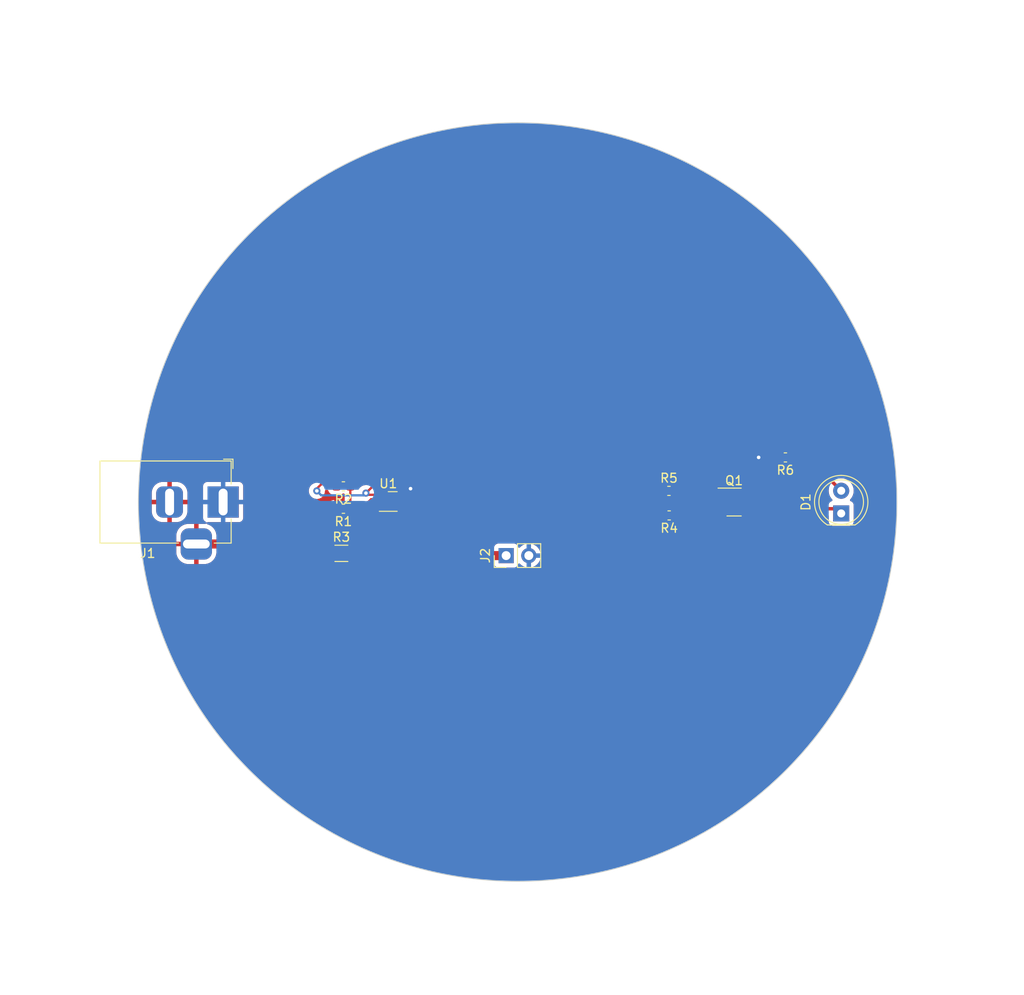
<source format=kicad_pcb>
(kicad_pcb (version 20221018) (generator pcbnew)
  (layers (0 "F.Cu" signal) (31 "B.Cu" signal) (34 "B.Paste" user) (35 "F.Paste" user) (36 "B.SilkS" user "B.Silkscreen") (37 "F.SilkS" user "F.Silkscreen") (38 "B.Mask" user) (39 "F.Mask" user) (44 "Edge.Cuts" user))
  (net 0 "")
  (net 1 "Net-(D1-K)")
  (net 2 "Net-(D1-A)")
  (net 3 "+VDC")
  (net 4 "GND")
  (net 5 "Net-(J2-Pin_1)")
  (net 6 "Net-(Q1-G)")
  (net 7 "Net-(U1A--)")
  (net 8 "/output-voltage")
  (footprint "Resistor_SMD:R_1206_3216Metric" (layer "F.Cu") (at 130.25 105.75)
    (fp_text reference "R3" (at 0 -1.82) (layer "F.SilkS"))
    (fp_text value "250mOhm")
    (fp_line (start -0.727064 -0.91) (end 0.727064 -0.91) (stroke (width 0.12)) (layer "F.SilkS"))
    (fp_line (start -0.727064 0.91) (end 0.727064 0.91) (stroke (width 0.12)) (layer "F.SilkS"))
    (pad "1" smd roundrect (at -1.4625 0) (size 1.125 1.75) (layers "F.Cu" "F.Paste" "F.Mask") (roundrect_rratio 0.222222) (net 4 "GND"))
    (pad "2" smd roundrect (at 1.4625 0) (size 1.125 1.75) (layers "F.Cu" "F.Paste" "F.Mask") (roundrect_rratio 0.222222) (net 5 "Net-(J2-Pin_1)"))
  )
  (footprint "Capacitor_SMD:C_0603_1608Metric" (layer "F.Cu") (at 166.975 101.5 180)
    (fp_text reference "R4" (at 0 -1.43) (layer "F.SilkS"))
    (fp_text value "10K")
    (fp_line (start -0.14058 -0.51) (end 0.14058 -0.51) (stroke (width 0.12)) (layer "F.SilkS"))
    (fp_line (start -0.14058 0.51) (end 0.14058 0.51) (stroke (width 0.12)) (layer "F.SilkS"))
    (pad "1" smd roundrect (at -0.775 0 180) (size 0.9 0.95) (layers "F.Cu" "F.Paste" "F.Mask") (net 6 "Net-(Q1-G)"))
    (pad "2" smd roundrect (at 0.775 0 180) (size 0.9 0.95) (layers "F.Cu" "F.Paste" "F.Mask") (net 4 "GND"))
  )
  (footprint "Connector_PinHeader_2.54mm:PinHeader_1x02_P2.54mm_Vertical" (layer "F.Cu") (at 148.71 106 90)
    (fp_text reference "J2" (at 0 -2.33 90) (layer "F.SilkS"))
    (fp_text value "PowerToDino")
    (fp_line (start -1.33 -1.33) (end 0 -1.33) (stroke (width 0.12)) (layer "F.SilkS"))
    (fp_line (start -1.33 0) (end -1.33 -1.33) (stroke (width 0.12)) (layer "F.SilkS"))
    (fp_line (start -1.33 1.27) (end -1.33 3.87) (stroke (width 0.12)) (layer "F.SilkS"))
    (fp_line (start -1.33 1.27) (end 1.33 1.27) (stroke (width 0.12)) (layer "F.SilkS"))
    (fp_line (start -1.33 3.87) (end 1.33 3.87) (stroke (width 0.12)) (layer "F.SilkS"))
    (fp_line (start 1.33 1.27) (end 1.33 3.87) (stroke (width 0.12)) (layer "F.SilkS"))
    (pad "1" thru_hole rect (at 0 0 90) (size 1.7 1.7) (drill 1) (layers "*.Cu" "*.Mask") (net 5 "Net-(J2-Pin_1)"))
    (pad "2" thru_hole oval (at 0 2.54 90) (size 1.7 1.7) (drill 1) (layers "*.Cu" "*.Mask") (net 3 "+VDC"))
  )
  (footprint "Capacitor_SMD:C_0603_1608Metric" (layer "F.Cu") (at 130.474999 98.240001 180)
    (fp_text reference "R2" (at 0 -1.43) (layer "F.SilkS"))
    (fp_text value "R")
    (fp_line (start -0.14058 -0.51) (end 0.14058 -0.51) (stroke (width 0.12)) (layer "F.SilkS"))
    (fp_line (start -0.14058 0.51) (end 0.14058 0.51) (stroke (width 0.12)) (layer "F.SilkS"))
    (pad "1" smd roundrect (at -0.775 0 180) (size 0.9 0.95) (layers "F.Cu" "F.Paste" "F.Mask") (net 7 "Net-(U1A--)"))
    (pad "2" smd roundrect (at 0.775 0 180) (size 0.9 0.95) (layers "F.Cu" "F.Paste" "F.Mask") (net 8 "/output-voltage"))
  )
  (footprint "Connector_BarrelJack:BarrelJack_Horizontal" (layer "F.Cu") (at 117 100)
    (fp_text reference "J1" (at -8.45 5.75) (layer "F.SilkS"))
    (fp_text value "Barrel_Jack")
    (fp_line (start -13.8 -4.6) (end 0.9 -4.6) (stroke (width 0.12)) (layer "F.SilkS"))
    (fp_line (start -13.8 4.6) (end -13.8 -4.6) (stroke (width 0.12)) (layer "F.SilkS"))
    (fp_line (start -5 4.6) (end -13.8 4.6) (stroke (width 0.12)) (layer "F.SilkS"))
    (fp_line (start 0.05 -4.8) (end 1.1 -4.8) (stroke (width 0.12)) (layer "F.SilkS"))
    (fp_line (start 0.9 -4.6) (end 0.9 -2) (stroke (width 0.12)) (layer "F.SilkS"))
    (fp_line (start 0.9 1.9) (end 0.9 4.6) (stroke (width 0.12)) (layer "F.SilkS"))
    (fp_line (start 0.9 4.6) (end -1 4.6) (stroke (width 0.12)) (layer "F.SilkS"))
    (fp_line (start 1.1 -3.75) (end 1.1 -4.8) (stroke (width 0.12)) (layer "F.SilkS"))
    (pad "1" thru_hole rect (at 0 0) (size 3.5 3.5) (drill oval 1 3) (layers "*.Cu" "*.Mask") (net 3 "+VDC"))
    (pad "2" thru_hole roundrect (at -6 0) (size 3 3.5) (drill oval 1 3) (layers "*.Cu" "*.Mask") (net 4 "GND"))
    (pad "3" thru_hole roundrect (at -3 4.7) (size 3.5 3.5) (drill oval 3 1) (layers "*.Cu" "*.Mask") (net 4 "GND"))
  )
  (footprint "LED_THT:LED_D5.0mm" (layer "F.Cu") (at 186.25 101.274999 90)
    (fp_text reference "D1" (at 1.27 -3.96 90) (layer "F.SilkS"))
    (fp_text value "LED")
    (fp_line (start -1.29 -1.545) (end -1.29 1.545) (stroke (width 0.12)) (layer "F.SilkS"))
    (fp_arc (start -1.29 -1.54483) (mid 2.072002 -2.880433) (end 4.26 0.000462) (stroke (width 0.12)) (layer "F.SilkS"))
    (fp_arc (start 4.26 -0.000462) (mid 2.072002 2.880433) (end -1.29 1.54483) (stroke (width 0.12)) (layer "F.SilkS"))
    (fp_circle (center 1.27 0) (end 3.77 0) (stroke (width 0.12)) (fill none) (layer "F.SilkS"))
    (pad "1" thru_hole rect (at 0 0 90) (size 1.8 1.8) (drill 0.9) (layers "*.Cu" "*.Mask") (net 1 "Net-(D1-K)"))
    (pad "2" thru_hole circle (at 2.54 0 90) (size 1.8 1.8) (drill 0.9) (layers "*.Cu" "*.Mask") (net 2 "Net-(D1-A)"))
  )
  (footprint "Capacitor_SMD:C_0603_1608Metric" (layer "F.Cu") (at 180 95 180)
    (fp_text reference "R6" (at 0 -1.43) (layer "F.SilkS"))
    (fp_text value "220")
    (fp_line (start -0.14058 -0.51) (end 0.14058 -0.51) (stroke (width 0.12)) (layer "F.SilkS"))
    (fp_line (start -0.14058 0.51) (end 0.14058 0.51) (stroke (width 0.12)) (layer "F.SilkS"))
    (pad "1" smd roundrect (at -0.775 0 180) (size 0.9 0.95) (layers "F.Cu" "F.Paste" "F.Mask") (net 2 "Net-(D1-A)"))
    (pad "2" smd roundrect (at 0.775 0 180) (size 0.9 0.95) (layers "F.Cu" "F.Paste" "F.Mask") (net 3 "+VDC"))
  )
  (footprint "Capacitor_SMD:C_0603_1608Metric" (layer "F.Cu") (at 130.475 100.75 180)
    (fp_text reference "R1" (at 0 -1.43) (layer "F.SilkS"))
    (fp_text value "R")
    (fp_line (start -0.14058 -0.51) (end 0.14058 -0.51) (stroke (width 0.12)) (layer "F.SilkS"))
    (fp_line (start -0.14058 0.51) (end 0.14058 0.51) (stroke (width 0.12)) (layer "F.SilkS"))
    (pad "1" smd roundrect (at -0.775 0 180) (size 0.9 0.95) (layers "F.Cu" "F.Paste" "F.Mask") (net 7 "Net-(U1A--)"))
    (pad "2" smd roundrect (at 0.775 0 180) (size 0.9 0.95) (layers "F.Cu" "F.Paste" "F.Mask") (net 4 "GND"))
  )
  (footprint "Capacitor_SMD:C_0603_1608Metric" (layer "F.Cu") (at 166.95 98.75)
    (fp_text reference "R5" (at 0 -1.43) (layer "F.SilkS"))
    (fp_text value "10")
    (fp_line (start -0.14058 -0.51) (end 0.14058 -0.51) (stroke (width 0.12)) (layer "F.SilkS"))
    (fp_line (start -0.14058 0.51) (end 0.14058 0.51) (stroke (width 0.12)) (layer "F.SilkS"))
    (pad "1" smd roundrect (at -0.775 0) (size 0.9 0.95) (layers "F.Cu" "F.Paste" "F.Mask") (net 8 "/output-voltage"))
    (pad "2" smd roundrect (at 0.775 0) (size 0.9 0.95) (layers "F.Cu" "F.Paste" "F.Mask") (net 6 "Net-(Q1-G)"))
  )
  (footprint "Package_DFN_QFN:DFN-8-1EP_2x2mm_P0.5mm_EP1.05x1.75mm" (layer "F.Cu") (at 135.5 99.9375)
    (fp_text reference "U1" (at 0 -2) (layer "F.SilkS"))
    (fp_text value "LM358_DFN")
    (fp_line (start -1 1.1) (end 1 1.1) (stroke (width 0.12)) (layer "F.SilkS"))
    (fp_line (start 0 -1.1) (end 1 -1.1) (stroke (width 0.12)) (layer "F.SilkS"))
    (pad "1" smd rect (at -0.9 -0.75) (size 0.5 0.3) (layers "F.Cu" "F.Paste" "F.Mask") (net 8 "/output-voltage"))
    (pad "2" smd rect (at -0.9 -0.25) (size 0.5 0.3) (layers "F.Cu" "F.Paste" "F.Mask") (net 7 "Net-(U1A--)"))
    (pad "3" smd rect (at -0.9 0.25) (size 0.5 0.3) (layers "F.Cu" "F.Paste" "F.Mask") (net 5 "Net-(J2-Pin_1)"))
    (pad "4" smd rect (at -0.9 0.75) (size 0.5 0.3) (layers "F.Cu" "F.Paste" "F.Mask") (net 4 "GND"))
    (pad "5" smd rect (at 0.9 0.75) (size 0.5 0.3) (layers "F.Cu" "F.Paste" "F.Mask"))
    (pad "6" smd rect (at 0.9 0.25) (size 0.5 0.3) (layers "F.Cu" "F.Paste" "F.Mask"))
    (pad "7" smd rect (at 0.9 -0.25) (size 0.5 0.3) (layers "F.Cu" "F.Paste" "F.Mask"))
    (pad "8" smd rect (at 0.9 -0.75) (size 0.5 0.3) (layers "F.Cu" "F.Paste" "F.Mask") (net 3 "+VDC"))
    (pad "9" smd rect (at 0 0) (size 1.05 1.75) (layers "F.Cu" "F.Mask") (net 4 "GND"))
  )
  (footprint "Package_TO_SOT_SMD:SOT-23-3" (layer "F.Cu") (at 174.25 100)
    (fp_text reference "Q1" (at 0 -2.4) (layer "F.SilkS"))
    (fp_text value "NMOS")
    (fp_line (start 0 -1.56) (end -1.8 -1.56) (stroke (width 0.12)) (layer "F.SilkS"))
    (fp_line (start 0 -1.56) (end 0.8 -1.56) (stroke (width 0.12)) (layer "F.SilkS"))
    (fp_line (start 0 1.56) (end -0.8 1.56) (stroke (width 0.12)) (layer "F.SilkS"))
    (fp_line (start 0 1.56) (end 0.8 1.56) (stroke (width 0.12)) (layer "F.SilkS"))
    (pad "1" smd roundrect (at 1.1375 0) (size 1.325 0.6) (layers "F.Cu" "F.Paste" "F.Mask") (net 1 "Net-(D1-K)"))
    (pad "2" smd roundrect (at -1.1375 -0.95) (size 1.325 0.6) (layers "F.Cu" "F.Paste" "F.Mask") (net 6 "Net-(Q1-G)"))
    (pad "3" smd roundrect (at -1.1375 0.95) (size 1.325 0.6) (layers "F.Cu" "F.Paste" "F.Mask") (net 4 "GND"))
  )
  (gr_circle (center 150 100) (end 150 57.5) (stroke (width 0.1)) (fill none) (layer "Edge.Cuts"))
  (segment (start 175.3875 100) (end 176.1375 100.75) (width 0.381) (layer "F.Cu") (net 1))
  (segment (start 185.725001 100.75) (end 186.25 101.274999) (width 0.381) (layer "F.Cu") (net 1))
  (segment (start 176.1375 100.75) (end 185.725001 100.75) (width 0.381) (layer "F.Cu") (net 1))
  (segment (start 180.775 95) (end 182.515001 95) (width 0.381) (layer "F.Cu") (net 2))
  (segment (start 182.515001 95) (end 186.25 98.734999) (width 0.381) (layer "F.Cu") (net 2))
  (segment (start 137.3125 99.1875) (end 138 98.5) (width 0.254) (layer "F.Cu") (net 3))
  (segment (start 179.225 95) (end 177 95) (width 0.381) (layer "F.Cu") (net 3))
  (segment (start 136.4 99.1875) (end 137.3125 99.1875) (width 0.254) (layer "F.Cu") (net 3))
  (via (at 138 98.5) (size 0.8) (drill 0.4) (layers "F.Cu" "B.Cu") (net 3))
  (via (at 177 95) (size 0.8) (drill 0.4) (layers "F.Cu" "B.Cu") (net 3))
  (segment (start 128.7875 105.75) (end 127.7375 104.7) (width 1.016) (layer "F.Cu") (net 4))
  (segment (start 127.7375 104.7) (end 114 104.7) (width 1.016) (layer "F.Cu") (net 4))
  (segment (start 131.7125 102.5375) (end 131.7125 105.75) (width 0.254) (layer "F.Cu") (net 5))
  (segment (start 134.0625 100.1875) (end 131.7125 102.5375) (width 0.254) (layer "F.Cu") (net 5))
  (segment (start 134.6 100.1875) (end 134.0625 100.1875) (width 0.254) (layer "F.Cu") (net 5))
  (segment (start 131.9625 106) (end 131.7125 105.75) (width 1.016) (layer "F.Cu") (net 5))
  (segment (start 148.71 106) (end 131.9625 106) (width 1.016) (layer "F.Cu") (net 5))
  (segment (start 167.75 98.775) (end 167.725 98.75) (width 0.381) (layer "F.Cu") (net 6))
  (segment (start 170.2 99.05) (end 167.75 101.5) (width 0.381) (layer "F.Cu") (net 6))
  (segment (start 173.1125 99.05) (end 170.2 99.05) (width 0.381) (layer "F.Cu") (net 6))
  (segment (start 167.75 101.5) (end 167.75 98.775) (width 0.381) (layer "F.Cu") (net 6))
  (segment (start 168.025 99.05) (end 173.1125 99.05) (width 0.381) (layer "F.Cu") (net 6))
  (segment (start 167.725 98.75) (end 168.025 99.05) (width 0.381) (layer "F.Cu") (net 6))
  (segment (start 132.514067 100.75) (end 131.25 100.75) (width 0.254) (layer "F.Cu") (net 7))
  (segment (start 131.249999 98.240001) (end 131.25 100.75) (width 0.254) (layer "F.Cu") (net 7))
  (segment (start 133.576567 99.6875) (end 132.514067 100.75) (width 0.254) (layer "F.Cu") (net 7))
  (segment (start 134.6 99.6875) (end 133.576567 99.6875) (width 0.254) (layer "F.Cu") (net 7))
  (segment (start 133.1875 99.1875) (end 134.6 99.1875) (width 0.254) (layer "F.Cu") (net 8))
  (segment (start 133 99) (end 133.1875 99.1875) (width 0.254) (layer "F.Cu") (net 8))
  (segment (start 128 98) (end 129.459998 98) (width 0.254) (layer "F.Cu") (net 8))
  (segment (start 129.459998 98) (end 129.699999 98.240001) (width 0.254) (layer "F.Cu") (net 8))
  (segment (start 163.925 96.5) (end 166.175 98.75) (width 0.254) (layer "F.Cu") (net 8))
  (segment (start 135.5 96.5) (end 163.925 96.5) (width 0.254) (layer "F.Cu") (net 8))
  (segment (start 127.5 98.5) (end 128 98) (width 0.254) (layer "F.Cu") (net 8))
  (segment (start 133 99) (end 135.5 96.5) (width 0.254) (layer "F.Cu") (net 8))
  (segment (start 127.5 98.75) (end 127.5 98.5) (width 0.254) (layer "F.Cu") (net 8))
  (via (at 133 99) (size 0.8) (drill 0.4) (layers "F.Cu" "B.Cu") (net 8))
  (via (at 127.5 98.75) (size 0.8) (drill 0.4) (layers "F.Cu" "B.Cu") (net 8))
  (segment (start 128 99.25) (end 127.5 98.75) (width 0.254) (layer "B.Cu") (net 8))
  (segment (start 133 99) (end 132.75 99.25) (width 0.254) (layer "B.Cu") (net 8))
  (segment (start 132.75 99.25) (end 128 99.25) (width 0.254) (layer "B.Cu") (net 8))
  (zone (net 4) (net_name "GND") (layer "F.Cu") (connect_pads (clearance 0.5)) (min_thickness 0.25) (fill yes (thermal_gap 0.5) (thermal_bridge_width 0.5))
    (polygon (pts (xy 98.5 53) (xy 200.5 52.75) (xy 202.25 148.75) (xy 98 147.75)))
  )
  (zone (net 3) (net_name "+VDC") (layer "B.Cu") (priority 1) (connect_pads (clearance 0.5)) (min_thickness 0.25) (fill yes (thermal_gap 0.5) (thermal_bridge_width 0.5))
    (polygon (pts (xy 95.75 43.75) (xy 206 45) (xy 206.75 155.25) (xy 92 153.5)))
  )
)
</source>
